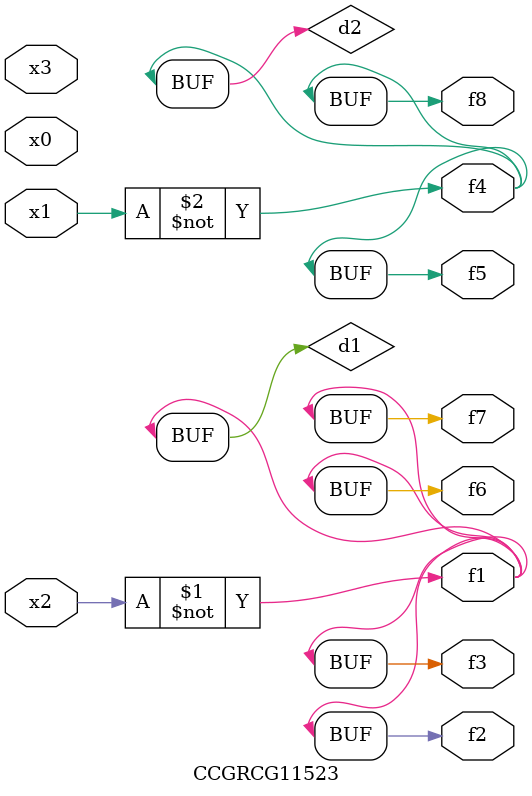
<source format=v>
module CCGRCG11523(
	input x0, x1, x2, x3,
	output f1, f2, f3, f4, f5, f6, f7, f8
);

	wire d1, d2;

	xnor (d1, x2);
	not (d2, x1);
	assign f1 = d1;
	assign f2 = d1;
	assign f3 = d1;
	assign f4 = d2;
	assign f5 = d2;
	assign f6 = d1;
	assign f7 = d1;
	assign f8 = d2;
endmodule

</source>
